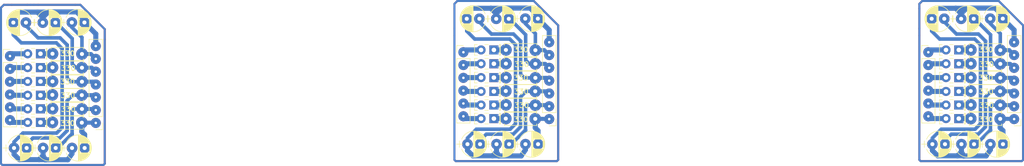
<source format=kicad_pcb>
(kicad_pcb (version 4) (host pcbnew 4.0.7-e2-6376~61~ubuntu18.04.1)
  (layers (0 F.Cu signal) (31 B.Cu signal) (34 B.Paste user) (35 F.Paste user) (36 B.SilkS user) (37 F.SilkS user) (38 B.Mask user) (39 F.Mask user) (44 Edge.Cuts user))
  (net 0 "")
  (net 1 "Net-(C1-Pad1)")
  (net 2 "Net-(C1-Pad2)")
  (net 3 "Net-(C2-Pad2)")
  (net 4 "Net-(C3-Pad1)")
  (net 5 "Net-(C4-Pad2)")
  (net 6 "Net-(C5-Pad2)")
  (net 7 "Net-(C6-Pad2)")
  (net 8 "Net-(D1-Pad1)")
  (net 9 "Net-(D1-Pad2)")
  (net 10 "Net-(D2-Pad1)")
  (net 11 "Net-(D2-Pad2)")
  (net 12 "Net-(D3-Pad1)")
  (net 13 "Net-(D3-Pad2)")
  (net 14 "Net-(D4-Pad1)")
  (net 15 "Net-(D4-Pad2)")
  (net 16 "Net-(D5-Pad1)")
  (net 17 "Net-(D5-Pad2)")
  (net 18 "Net-(D6-Pad1)")
  (net 19 "Net-(D6-Pad2)")
  (module modFiles:Capacitor_10uF (layer F.Cu) (at 158.32 26.87)
    (fp_text reference C1 hide)
    (fp_text value C)
    (pad 1 thru_hole circle (at 0 0) (size 2.1 2.1) (drill 0.8) (layers *.Cu *.Mask) (net 1 "Net-(C1-Pad1)"))
    (pad 2 thru_hole circle (at 2.5 0) (size 2.1 2.1) (drill 0.8) (layers *.Cu *.Mask) (net 2 "Net-(C1-Pad2)"))
  )
  (module modFiles:Capacitor_10uF (layer F.Cu) (at 158.36 51.76)
    (fp_text reference C6 hide)
    (fp_text value C)
    (pad 1 thru_hole circle (at 0 0) (size 2.1 2.1) (drill 0.8) (layers *.Cu *.Mask) (net 2 "Net-(C1-Pad2)"))
    (pad 2 thru_hole circle (at 2.5 0) (size 2.1 2.1) (drill 0.8) (layers *.Cu *.Mask) (net 7 "Net-(C6-Pad2)"))
  )
  (module modFiles:Capacitor_10uF (layer F.Cu) (at 152.62 51.76)
    (fp_text reference C5 hide)
    (fp_text value C)
    (pad 1 thru_hole circle (at 0 0) (size 2.1 2.1) (drill 0.8) (layers *.Cu *.Mask) (net 2 "Net-(C1-Pad2)"))
    (pad 2 thru_hole circle (at 2.5 0) (size 2.1 2.1) (drill 0.8) (layers *.Cu *.Mask) (net 6 "Net-(C5-Pad2)"))
  )
  (module modFiles:Capacitor_10uF (layer F.Cu) (at 146.86 51.76)
    (fp_text reference C2 hide)
    (fp_text value C)
    (pad 1 thru_hole circle (at 0 0) (size 2.1 2.1) (drill 0.8) (layers *.Cu *.Mask) (net 2 "Net-(C1-Pad2)"))
    (pad 2 thru_hole circle (at 2.5 0) (size 2.1 2.1) (drill 0.8) (layers *.Cu *.Mask) (net 3 "Net-(C2-Pad2)"))
  )
  (module modFiles:Capacitor_10uF (layer F.Cu) (at 149.22 26.89 180)
    (fp_text reference C3 hide)
    (fp_text value C)
    (pad 1 thru_hole circle (at 0 0 180) (size 2.1 2.1) (drill 0.8) (layers *.Cu *.Mask) (net 4 "Net-(C3-Pad1)"))
    (pad 2 thru_hole circle (at 2.5 0 180) (size 2.1 2.1) (drill 0.8) (layers *.Cu *.Mask) (net 2 "Net-(C1-Pad2)"))
  )
  (module modFiles:Capacitor_10uF (layer F.Cu) (at 152.56 26.9)
    (fp_text reference C4 hide)
    (fp_text value C)
    (pad 1 thru_hole circle (at 0 0) (size 2.1 2.1) (drill 0.8) (layers *.Cu *.Mask) (net 2 "Net-(C1-Pad2)"))
    (pad 2 thru_hole circle (at 2.5 0) (size 2.1 2.1) (drill 0.8) (layers *.Cu *.Mask) (net 5 "Net-(C4-Pad2)"))
  )
  (module Pin_Headers:Pin_Header_Straight_1x06_Pitch2.54mm (layer F.Cu) (at 146.054 33.53)
    (fp_text reference J1 hide)
    (fp_text value Conn_01x06 hide)
    (pad 1 thru_hole oval (at 0 0) (size 2 2) (drill 0.5) (layers *.Cu *.Mask) (net 19 "Net-(D6-Pad2)"))
    (pad 2 thru_hole oval (at 0 2.54) (size 2 2) (drill 0.5) (layers *.Cu *.Mask) (net 17 "Net-(D5-Pad2)"))
    (pad 3 thru_hole oval (at 0 5.08) (size 2 2) (drill 0.5) (layers *.Cu *.Mask) (net 11 "Net-(D2-Pad2)"))
    (pad 4 thru_hole oval (at 0 7.62) (size 2 2) (drill 0.5) (layers *.Cu *.Mask) (net 9 "Net-(D1-Pad2)"))
    (pad 5 thru_hole oval (at 0 10.16) (size 2 2) (drill 0.5) (layers *.Cu *.Mask) (net 15 "Net-(D4-Pad2)"))
    (pad 6 thru_hole oval (at 0 12.7) (size 2 2) (drill 0.5) (layers *.Cu *.Mask) (net 13 "Net-(D3-Pad2)"))
  )
  (module Pin_Headers:Pin_Header_Straight_1x07_Pitch2.54mm (layer F.Cu) (at 163.072 46.7888 180)
    (fp_text reference J2 hide)
    (fp_text value Conn_01x07 hide)
    (pad 1 thru_hole oval (at 0 0 180) (size 2 2) (drill 0.5) (layers *.Cu *.Mask) (net 7 "Net-(C6-Pad2)"))
    (pad 2 thru_hole oval (at 0 2.54 180) (size 2 2) (drill 0.5) (layers *.Cu *.Mask) (net 6 "Net-(C5-Pad2)"))
    (pad 3 thru_hole oval (at 0 5.08 180) (size 2 2) (drill 0.5) (layers *.Cu *.Mask) (net 3 "Net-(C2-Pad2)"))
    (pad 4 thru_hole oval (at 0 7.62 180) (size 2 2) (drill 0.5) (layers *.Cu *.Mask) (net 4 "Net-(C3-Pad1)"))
    (pad 5 thru_hole oval (at 0 10.16 180) (size 2 2) (drill 0.5) (layers *.Cu *.Mask) (net 5 "Net-(C4-Pad2)"))
    (pad 6 thru_hole oval (at 0 12.7 180) (size 2 2) (drill 0.5) (layers *.Cu *.Mask) (net 1 "Net-(C1-Pad1)"))
    (pad 7 thru_hole oval (at 0 15.24 180) (size 2 2) (drill 0.5) (layers *.Cu *.Mask) (net 2 "Net-(C1-Pad2)"))
  )
  (module LEDs:LED_Rectangular_W5.0mm_H2.0mm (layer F.Cu) (at 152.0992 41.3024 180)
    (fp_text reference D1 hide)
    (fp_text value LED hide)
    (pad 1 thru_hole rect (at 0 0 180) (size 1.8 1.8) (drill 0.9) (layers *.Cu *.Mask) (net 8 "Net-(D1-Pad1)"))
    (pad 2 thru_hole circle (at 2.54 0 180) (size 1.8 1.8) (drill 0.9) (layers *.Cu *.Mask) (net 9 "Net-(D1-Pad2)"))
  )
  (module LEDs:LED_Rectangular_W5.0mm_H2.0mm (layer F.Cu) (at 152.0992 38.5592 180)
    (fp_text reference D2 hide)
    (fp_text value LED hide)
    (pad 1 thru_hole rect (at 0 0 180) (size 1.8 1.8) (drill 0.9) (layers *.Cu *.Mask) (net 10 "Net-(D2-Pad1)"))
    (pad 2 thru_hole circle (at 2.54 0 180) (size 1.8 1.8) (drill 0.9) (layers *.Cu *.Mask) (net 11 "Net-(D2-Pad2)"))
  )
  (module LEDs:LED_Rectangular_W5.0mm_H2.0mm (layer F.Cu) (at 152.0992 46.6872 180)
    (fp_text reference D3 hide)
    (fp_text value LED hide)
    (pad 1 thru_hole rect (at 0 0 180) (size 1.8 1.8) (drill 0.9) (layers *.Cu *.Mask) (net 12 "Net-(D3-Pad1)"))
    (pad 2 thru_hole circle (at 2.54 0 180) (size 1.8 1.8) (drill 0.9) (layers *.Cu *.Mask) (net 13 "Net-(D3-Pad2)"))
  )
  (module LEDs:LED_Rectangular_W5.0mm_H2.0mm (layer F.Cu) (at 152.0992 43.9948 180)
    (fp_text reference D4 hide)
    (fp_text value LED hide)
    (pad 1 thru_hole rect (at 0 0 180) (size 1.8 1.8) (drill 0.9) (layers *.Cu *.Mask) (net 14 "Net-(D4-Pad1)"))
    (pad 2 thru_hole circle (at 2.54 0 180) (size 1.8 1.8) (drill 0.9) (layers *.Cu *.Mask) (net 15 "Net-(D4-Pad2)"))
  )
  (module LEDs:LED_Rectangular_W5.0mm_H2.0mm (layer F.Cu) (at 152.0992 35.816 180)
    (fp_text reference D5 hide)
    (fp_text value LED hide)
    (pad 1 thru_hole rect (at 0 0 180) (size 1.8 1.8) (drill 0.9) (layers *.Cu *.Mask) (net 16 "Net-(D5-Pad1)"))
    (pad 2 thru_hole circle (at 2.54 0 180) (size 1.8 1.8) (drill 0.9) (layers *.Cu *.Mask) (net 17 "Net-(D5-Pad2)"))
  )
  (module LEDs:LED_Rectangular_W5.0mm_H2.0mm (layer F.Cu) (at 152.0992 33.0728 180)
    (fp_text reference D6 hide)
    (fp_text value LED)
    (pad 1 thru_hole rect (at 0 0 180) (size 1.8 1.8) (drill 0.9) (layers *.Cu *.Mask) (net 18 "Net-(D6-Pad1)"))
    (pad 2 thru_hole circle (at 2.54 0 180) (size 1.8 1.8) (drill 0.9) (layers *.Cu *.Mask) (net 19 "Net-(D6-Pad2)"))
  )
  (module test:Resistor_small (layer F.Cu) (at 161.1924 41.277 180)
    (fp_text reference 330 (at 3.6449 -0.0635 180) (layer F.SilkS))
    (fp_text value R hide)
    (pad 1 thru_hole circle (at 0.889 0 180) (size 2.3 2.3) (drill 0.8) (layers *.Cu *.Mask) (net 3 "Net-(C2-Pad2)"))
    (pad 2 thru_hole circle (at 6.731 0.0508 180) (size 2.3 2.3) (drill 0.8) (layers *.Cu *.Mask) (net 8 "Net-(D1-Pad1)"))
  )
  (module test:Resistor_small (layer F.Cu) (at 161.2178 38.61 180)
    (fp_text reference 330 (at 3.7338 0 180) (layer F.SilkS))
    (fp_text value R hide)
    (pad 1 thru_hole circle (at 0.889 0 180) (size 2.3 2.3) (drill 0.8) (layers *.Cu *.Mask) (net 4 "Net-(C3-Pad1)"))
    (pad 2 thru_hole circle (at 6.731 0.0508 180) (size 2.3 2.3) (drill 0.8) (layers *.Cu *.Mask) (net 10 "Net-(D2-Pad1)"))
  )
  (module test:Resistor_small (layer F.Cu) (at 161.1924 46.738 180)
    (fp_text reference 330 (at 3.7084 -0.127 180) (layer F.SilkS))
    (fp_text value R hide)
    (pad 1 thru_hole circle (at 0.889 0 180) (size 2.3 2.3) (drill 0.8) (layers *.Cu *.Mask) (net 7 "Net-(C6-Pad2)"))
    (pad 2 thru_hole circle (at 6.731 0.0508 180) (size 2.3 2.3) (drill 0.8) (layers *.Cu *.Mask) (net 12 "Net-(D3-Pad1)"))
  )
  (module test:Resistor_small (layer F.Cu) (at 161.2178 44.0202 180)
    (fp_text reference 330 (at 3.6068 -0.0508 180) (layer F.SilkS))
    (fp_text value R hide)
    (pad 1 thru_hole circle (at 0.889 0 180) (size 2.3 2.3) (drill 0.8) (layers *.Cu *.Mask) (net 6 "Net-(C5-Pad2)"))
    (pad 2 thru_hole circle (at 6.731 0.0508 180) (size 2.3 2.3) (drill 0.8) (layers *.Cu *.Mask) (net 14 "Net-(D4-Pad1)"))
  )
  (module test:Resistor_small (layer F.Cu) (at 161.2178 35.8414 180)
    (fp_text reference 330 (at 3.6068 -0.1016 180) (layer F.SilkS))
    (fp_text value R hide)
    (pad 1 thru_hole circle (at 0.889 0 180) (size 2.3 2.3) (drill 0.8) (layers *.Cu *.Mask) (net 5 "Net-(C4-Pad2)"))
    (pad 2 thru_hole circle (at 6.731 0.0508 180) (size 2.3 2.3) (drill 0.8) (layers *.Cu *.Mask) (net 16 "Net-(D5-Pad1)"))
  )
  (module test:Resistor_small (layer F.Cu) (at 161.2178 33.1236 180)
    (fp_text reference 330 (at 3.7338 0.1016 180) (layer F.SilkS))
    (fp_text value R hide)
    (pad 1 thru_hole circle (at 0.889 0 180) (size 2.3 2.3) (drill 0.8) (layers *.Cu *.Mask) (net 1 "Net-(C1-Pad1)"))
    (pad 2 thru_hole circle (at 6.731 0.0508 180) (size 2.3 2.3) (drill 0.8) (layers *.Cu *.Mask) (net 18 "Net-(D6-Pad1)"))
  )
  (module test:Resistor_small (layer F.Cu) (at 253.4178 33.1236 180)
    (fp_text reference 330 (at 3.7338 0.1016 180) (layer F.SilkS))
    (fp_text value R hide)
    (pad 1 thru_hole circle (at 0.889 0 180) (size 2.3 2.3) (drill 0.8) (layers *.Cu *.Mask) (net 1 "Net-(C1-Pad1)"))
    (pad 2 thru_hole circle (at 6.731 0.0508 180) (size 2.3 2.3) (drill 0.8) (layers *.Cu *.Mask) (net 18 "Net-(D6-Pad1)"))
  )
  (module test:Resistor_small (layer F.Cu) (at 253.4178 35.8414 180)
    (fp_text reference 330 (at 3.6068 -0.1016 180) (layer F.SilkS))
    (fp_text value R hide)
    (pad 1 thru_hole circle (at 0.889 0 180) (size 2.3 2.3) (drill 0.8) (layers *.Cu *.Mask) (net 5 "Net-(C4-Pad2)"))
    (pad 2 thru_hole circle (at 6.731 0.0508 180) (size 2.3 2.3) (drill 0.8) (layers *.Cu *.Mask) (net 16 "Net-(D5-Pad1)"))
  )
  (module test:Resistor_small (layer F.Cu) (at 253.4178 44.0202 180)
    (fp_text reference 330 (at 3.6068 -0.0508 180) (layer F.SilkS))
    (fp_text value R hide)
    (pad 1 thru_hole circle (at 0.889 0 180) (size 2.3 2.3) (drill 0.8) (layers *.Cu *.Mask) (net 6 "Net-(C5-Pad2)"))
    (pad 2 thru_hole circle (at 6.731 0.0508 180) (size 2.3 2.3) (drill 0.8) (layers *.Cu *.Mask) (net 14 "Net-(D4-Pad1)"))
  )
  (module test:Resistor_small (layer F.Cu) (at 253.3924 46.738 180)
    (fp_text reference 330 (at 3.7084 -0.127 180) (layer F.SilkS))
    (fp_text value R hide)
    (pad 1 thru_hole circle (at 0.889 0 180) (size 2.3 2.3) (drill 0.8) (layers *.Cu *.Mask) (net 7 "Net-(C6-Pad2)"))
    (pad 2 thru_hole circle (at 6.731 0.0508 180) (size 2.3 2.3) (drill 0.8) (layers *.Cu *.Mask) (net 12 "Net-(D3-Pad1)"))
  )
  (module test:Resistor_small (layer F.Cu) (at 253.4178 38.61 180)
    (fp_text reference 330 (at 3.7338 0 180) (layer F.SilkS))
    (fp_text value R hide)
    (pad 1 thru_hole circle (at 0.889 0 180) (size 2.3 2.3) (drill 0.8) (layers *.Cu *.Mask) (net 4 "Net-(C3-Pad1)"))
    (pad 2 thru_hole circle (at 6.731 0.0508 180) (size 2.3 2.3) (drill 0.8) (layers *.Cu *.Mask) (net 10 "Net-(D2-Pad1)"))
  )
  (module test:Resistor_small (layer F.Cu) (at 253.3924 41.277 180)
    (fp_text reference 330 (at 3.6449 -0.0635 180) (layer F.SilkS))
    (fp_text value R hide)
    (pad 1 thru_hole circle (at 0.889 0 180) (size 2.3 2.3) (drill 0.8) (layers *.Cu *.Mask) (net 3 "Net-(C2-Pad2)"))
    (pad 2 thru_hole circle (at 6.731 0.0508 180) (size 2.3 2.3) (drill 0.8) (layers *.Cu *.Mask) (net 8 "Net-(D1-Pad1)"))
  )
  (module LEDs:LED_Rectangular_W5.0mm_H2.0mm (layer F.Cu) (at 244.2992 33.0728 180)
    (fp_text reference D6 hide)
    (fp_text value LED)
    (pad 1 thru_hole rect (at 0 0 180) (size 1.8 1.8) (drill 0.9) (layers *.Cu *.Mask) (net 18 "Net-(D6-Pad1)"))
    (pad 2 thru_hole circle (at 2.54 0 180) (size 1.8 1.8) (drill 0.9) (layers *.Cu *.Mask) (net 19 "Net-(D6-Pad2)"))
  )
  (module LEDs:LED_Rectangular_W5.0mm_H2.0mm (layer F.Cu) (at 244.2992 35.816 180)
    (fp_text reference D5 hide)
    (fp_text value LED hide)
    (pad 1 thru_hole rect (at 0 0 180) (size 1.8 1.8) (drill 0.9) (layers *.Cu *.Mask) (net 16 "Net-(D5-Pad1)"))
    (pad 2 thru_hole circle (at 2.54 0 180) (size 1.8 1.8) (drill 0.9) (layers *.Cu *.Mask) (net 17 "Net-(D5-Pad2)"))
  )
  (module LEDs:LED_Rectangular_W5.0mm_H2.0mm (layer F.Cu) (at 244.2992 43.9948 180)
    (fp_text reference D4 hide)
    (fp_text value LED hide)
    (pad 1 thru_hole rect (at 0 0 180) (size 1.8 1.8) (drill 0.9) (layers *.Cu *.Mask) (net 14 "Net-(D4-Pad1)"))
    (pad 2 thru_hole circle (at 2.54 0 180) (size 1.8 1.8) (drill 0.9) (layers *.Cu *.Mask) (net 15 "Net-(D4-Pad2)"))
  )
  (module LEDs:LED_Rectangular_W5.0mm_H2.0mm (layer F.Cu) (at 244.2992 46.6872 180)
    (fp_text reference D3 hide)
    (fp_text value LED hide)
    (pad 1 thru_hole rect (at 0 0 180) (size 1.8 1.8) (drill 0.9) (layers *.Cu *.Mask) (net 12 "Net-(D3-Pad1)"))
    (pad 2 thru_hole circle (at 2.54 0 180) (size 1.8 1.8) (drill 0.9) (layers *.Cu *.Mask) (net 13 "Net-(D3-Pad2)"))
  )
  (module LEDs:LED_Rectangular_W5.0mm_H2.0mm (layer F.Cu) (at 244.2992 38.5592 180)
    (fp_text reference D2 hide)
    (fp_text value LED hide)
    (pad 1 thru_hole rect (at 0 0 180) (size 1.8 1.8) (drill 0.9) (layers *.Cu *.Mask) (net 10 "Net-(D2-Pad1)"))
    (pad 2 thru_hole circle (at 2.54 0 180) (size 1.8 1.8) (drill 0.9) (layers *.Cu *.Mask) (net 11 "Net-(D2-Pad2)"))
  )
  (module LEDs:LED_Rectangular_W5.0mm_H2.0mm (layer F.Cu) (at 244.2992 41.3024 180)
    (fp_text reference D1 hide)
    (fp_text value LED hide)
    (pad 1 thru_hole rect (at 0 0 180) (size 1.8 1.8) (drill 0.9) (layers *.Cu *.Mask) (net 8 "Net-(D1-Pad1)"))
    (pad 2 thru_hole circle (at 2.54 0 180) (size 1.8 1.8) (drill 0.9) (layers *.Cu *.Mask) (net 9 "Net-(D1-Pad2)"))
  )
  (module Pin_Headers:Pin_Header_Straight_1x07_Pitch2.54mm (layer F.Cu) (at 255.272 46.7888 180)
    (fp_text reference J2 hide)
    (fp_text value Conn_01x07 hide)
    (pad 1 thru_hole oval (at 0 0 180) (size 2 2) (drill 0.5) (layers *.Cu *.Mask) (net 7 "Net-(C6-Pad2)"))
    (pad 2 thru_hole oval (at 0 2.54 180) (size 2 2) (drill 0.5) (layers *.Cu *.Mask) (net 6 "Net-(C5-Pad2)"))
    (pad 3 thru_hole oval (at 0 5.08 180) (size 2 2) (drill 0.5) (layers *.Cu *.Mask) (net 3 "Net-(C2-Pad2)"))
    (pad 4 thru_hole oval (at 0 7.62 180) (size 2 2) (drill 0.5) (layers *.Cu *.Mask) (net 4 "Net-(C3-Pad1)"))
    (pad 5 thru_hole oval (at 0 10.16 180) (size 2 2) (drill 0.5) (layers *.Cu *.Mask) (net 5 "Net-(C4-Pad2)"))
    (pad 6 thru_hole oval (at 0 12.7 180) (size 2 2) (drill 0.5) (layers *.Cu *.Mask) (net 1 "Net-(C1-Pad1)"))
    (pad 7 thru_hole oval (at 0 15.24 180) (size 2 2) (drill 0.5) (layers *.Cu *.Mask) (net 2 "Net-(C1-Pad2)"))
  )
  (module Pin_Headers:Pin_Header_Straight_1x06_Pitch2.54mm (layer F.Cu) (at 238.254 33.53)
    (fp_text reference J1 hide)
    (fp_text value Conn_01x06 hide)
    (pad 1 thru_hole oval (at 0 0) (size 2 2) (drill 0.5) (layers *.Cu *.Mask) (net 19 "Net-(D6-Pad2)"))
    (pad 2 thru_hole oval (at 0 2.54) (size 2 2) (drill 0.5) (layers *.Cu *.Mask) (net 17 "Net-(D5-Pad2)"))
    (pad 3 thru_hole oval (at 0 5.08) (size 2 2) (drill 0.5) (layers *.Cu *.Mask) (net 11 "Net-(D2-Pad2)"))
    (pad 4 thru_hole oval (at 0 7.62) (size 2 2) (drill 0.5) (layers *.Cu *.Mask) (net 9 "Net-(D1-Pad2)"))
    (pad 5 thru_hole oval (at 0 10.16) (size 2 2) (drill 0.5) (layers *.Cu *.Mask) (net 15 "Net-(D4-Pad2)"))
    (pad 6 thru_hole oval (at 0 12.7) (size 2 2) (drill 0.5) (layers *.Cu *.Mask) (net 13 "Net-(D3-Pad2)"))
  )
  (module modFiles:Capacitor_10uF (layer F.Cu) (at 244.76 26.9)
    (fp_text reference C4 hide)
    (fp_text value C)
    (pad 1 thru_hole circle (at 0 0) (size 2.1 2.1) (drill 0.8) (layers *.Cu *.Mask) (net 2 "Net-(C1-Pad2)"))
    (pad 2 thru_hole circle (at 2.5 0) (size 2.1 2.1) (drill 0.8) (layers *.Cu *.Mask) (net 5 "Net-(C4-Pad2)"))
  )
  (module modFiles:Capacitor_10uF (layer F.Cu) (at 241.42 26.89 180)
    (fp_text reference C3 hide)
    (fp_text value C)
    (pad 1 thru_hole circle (at 0 0 180) (size 2.1 2.1) (drill 0.8) (layers *.Cu *.Mask) (net 4 "Net-(C3-Pad1)"))
    (pad 2 thru_hole circle (at 2.5 0 180) (size 2.1 2.1) (drill 0.8) (layers *.Cu *.Mask) (net 2 "Net-(C1-Pad2)"))
  )
  (module modFiles:Capacitor_10uF (layer F.Cu) (at 239.06 51.76)
    (fp_text reference C2 hide)
    (fp_text value C)
    (pad 1 thru_hole circle (at 0 0) (size 2.1 2.1) (drill 0.8) (layers *.Cu *.Mask) (net 2 "Net-(C1-Pad2)"))
    (pad 2 thru_hole circle (at 2.5 0) (size 2.1 2.1) (drill 0.8) (layers *.Cu *.Mask) (net 3 "Net-(C2-Pad2)"))
  )
  (module modFiles:Capacitor_10uF (layer F.Cu) (at 244.82 51.76)
    (fp_text reference C5 hide)
    (fp_text value C)
    (pad 1 thru_hole circle (at 0 0) (size 2.1 2.1) (drill 0.8) (layers *.Cu *.Mask) (net 2 "Net-(C1-Pad2)"))
    (pad 2 thru_hole circle (at 2.5 0) (size 2.1 2.1) (drill 0.8) (layers *.Cu *.Mask) (net 6 "Net-(C5-Pad2)"))
  )
  (module modFiles:Capacitor_10uF (layer F.Cu) (at 250.56 51.76)
    (fp_text reference C6 hide)
    (fp_text value C)
    (pad 1 thru_hole circle (at 0 0) (size 2.1 2.1) (drill 0.8) (layers *.Cu *.Mask) (net 2 "Net-(C1-Pad2)"))
    (pad 2 thru_hole circle (at 2.5 0) (size 2.1 2.1) (drill 0.8) (layers *.Cu *.Mask) (net 7 "Net-(C6-Pad2)"))
  )
  (module modFiles:Capacitor_10uF (layer F.Cu) (at 250.52 26.87)
    (fp_text reference C1 hide)
    (fp_text value C)
    (pad 1 thru_hole circle (at 0 0) (size 2.1 2.1) (drill 0.8) (layers *.Cu *.Mask) (net 1 "Net-(C1-Pad1)"))
    (pad 2 thru_hole circle (at 2.5 0) (size 2.1 2.1) (drill 0.8) (layers *.Cu *.Mask) (net 2 "Net-(C1-Pad2)"))
  )
  (module modFiles:Capacitor_10uF (layer F.Cu) (at 68.4 27.63)
    (fp_text reference C1 hide)
    (fp_text value C)
    (pad 1 thru_hole circle (at 0 0) (size 2.1 2.1) (drill 0.8) (layers *.Cu *.Mask) (net 1 "Net-(C1-Pad1)"))
    (pad 2 thru_hole circle (at 2.5 0) (size 2.1 2.1) (drill 0.8) (layers *.Cu *.Mask) (net 2 "Net-(C1-Pad2)"))
  )
  (module modFiles:Capacitor_10uF (layer F.Cu) (at 68.44 52.52)
    (fp_text reference C6 hide)
    (fp_text value C)
    (pad 1 thru_hole circle (at 0 0) (size 2.1 2.1) (drill 0.8) (layers *.Cu *.Mask) (net 2 "Net-(C1-Pad2)"))
    (pad 2 thru_hole circle (at 2.5 0) (size 2.1 2.1) (drill 0.8) (layers *.Cu *.Mask) (net 7 "Net-(C6-Pad2)"))
  )
  (module modFiles:Capacitor_10uF (layer F.Cu) (at 62.7 52.52)
    (fp_text reference C5 hide)
    (fp_text value C)
    (pad 1 thru_hole circle (at 0 0) (size 2.1 2.1) (drill 0.8) (layers *.Cu *.Mask) (net 2 "Net-(C1-Pad2)"))
    (pad 2 thru_hole circle (at 2.5 0) (size 2.1 2.1) (drill 0.8) (layers *.Cu *.Mask) (net 6 "Net-(C5-Pad2)"))
  )
  (module modFiles:Capacitor_10uF (layer F.Cu) (at 56.94 52.52)
    (fp_text reference C2 hide)
    (fp_text value C)
    (pad 1 thru_hole circle (at 0 0) (size 2.1 2.1) (drill 0.8) (layers *.Cu *.Mask) (net 2 "Net-(C1-Pad2)"))
    (pad 2 thru_hole circle (at 2.5 0) (size 2.1 2.1) (drill 0.8) (layers *.Cu *.Mask) (net 3 "Net-(C2-Pad2)"))
  )
  (module modFiles:Capacitor_10uF (layer F.Cu) (at 59.3 27.65 180)
    (fp_text reference C3 hide)
    (fp_text value C)
    (pad 1 thru_hole circle (at 0 0 180) (size 2.1 2.1) (drill 0.8) (layers *.Cu *.Mask) (net 4 "Net-(C3-Pad1)"))
    (pad 2 thru_hole circle (at 2.5 0 180) (size 2.1 2.1) (drill 0.8) (layers *.Cu *.Mask) (net 2 "Net-(C1-Pad2)"))
  )
  (module modFiles:Capacitor_10uF (layer F.Cu) (at 62.64 27.66)
    (fp_text reference C4 hide)
    (fp_text value C)
    (pad 1 thru_hole circle (at 0 0) (size 2.1 2.1) (drill 0.8) (layers *.Cu *.Mask) (net 2 "Net-(C1-Pad2)"))
    (pad 2 thru_hole circle (at 2.5 0) (size 2.1 2.1) (drill 0.8) (layers *.Cu *.Mask) (net 5 "Net-(C4-Pad2)"))
  )
  (module Pin_Headers:Pin_Header_Straight_1x06_Pitch2.54mm (layer F.Cu) (at 56.134 34.29)
    (fp_text reference J1 hide)
    (fp_text value Conn_01x06 hide)
    (pad 1 thru_hole oval (at 0 0) (size 2 2) (drill 0.5) (layers *.Cu *.Mask) (net 19 "Net-(D6-Pad2)"))
    (pad 2 thru_hole oval (at 0 2.54) (size 2 2) (drill 0.5) (layers *.Cu *.Mask) (net 17 "Net-(D5-Pad2)"))
    (pad 3 thru_hole oval (at 0 5.08) (size 2 2) (drill 0.5) (layers *.Cu *.Mask) (net 11 "Net-(D2-Pad2)"))
    (pad 4 thru_hole oval (at 0 7.62) (size 2 2) (drill 0.5) (layers *.Cu *.Mask) (net 9 "Net-(D1-Pad2)"))
    (pad 5 thru_hole oval (at 0 10.16) (size 2 2) (drill 0.5) (layers *.Cu *.Mask) (net 15 "Net-(D4-Pad2)"))
    (pad 6 thru_hole oval (at 0 12.7) (size 2 2) (drill 0.5) (layers *.Cu *.Mask) (net 13 "Net-(D3-Pad2)"))
  )
  (module Pin_Headers:Pin_Header_Straight_1x07_Pitch2.54mm (layer F.Cu) (at 73.152 47.5488 180)
    (fp_text reference J2 hide)
    (fp_text value Conn_01x07 hide)
    (pad 1 thru_hole oval (at 0 0 180) (size 2 2) (drill 0.5) (layers *.Cu *.Mask) (net 7 "Net-(C6-Pad2)"))
    (pad 2 thru_hole oval (at 0 2.54 180) (size 2 2) (drill 0.5) (layers *.Cu *.Mask) (net 6 "Net-(C5-Pad2)"))
    (pad 3 thru_hole oval (at 0 5.08 180) (size 2 2) (drill 0.5) (layers *.Cu *.Mask) (net 3 "Net-(C2-Pad2)"))
    (pad 4 thru_hole oval (at 0 7.62 180) (size 2 2) (drill 0.5) (layers *.Cu *.Mask) (net 4 "Net-(C3-Pad1)"))
    (pad 5 thru_hole oval (at 0 10.16 180) (size 2 2) (drill 0.5) (layers *.Cu *.Mask) (net 5 "Net-(C4-Pad2)"))
    (pad 6 thru_hole oval (at 0 12.7 180) (size 2 2) (drill 0.5) (layers *.Cu *.Mask) (net 1 "Net-(C1-Pad1)"))
    (pad 7 thru_hole oval (at 0 15.24 180) (size 2 2) (drill 0.5) (layers *.Cu *.Mask) (net 2 "Net-(C1-Pad2)"))
  )
  (module LEDs:LED_Rectangular_W5.0mm_H2.0mm (layer F.Cu) (at 62.1792 42.0624 180)
    (fp_text reference D1 hide)
    (fp_text value LED hide)
    (pad 1 thru_hole rect (at 0 0 180) (size 1.8 1.8) (drill 0.9) (layers *.Cu *.Mask) (net 8 "Net-(D1-Pad1)"))
    (pad 2 thru_hole circle (at 2.54 0 180) (size 1.8 1.8) (drill 0.9) (layers *.Cu *.Mask) (net 9 "Net-(D1-Pad2)"))
  )
  (module LEDs:LED_Rectangular_W5.0mm_H2.0mm (layer F.Cu) (at 62.1792 39.3192 180)
    (fp_text reference D2 hide)
    (fp_text value LED hide)
    (pad 1 thru_hole rect (at 0 0 180) (size 1.8 1.8) (drill 0.9) (layers *.Cu *.Mask) (net 10 "Net-(D2-Pad1)"))
    (pad 2 thru_hole circle (at 2.54 0 180) (size 1.8 1.8) (drill 0.9) (layers *.Cu *.Mask) (net 11 "Net-(D2-Pad2)"))
  )
  (module LEDs:LED_Rectangular_W5.0mm_H2.0mm (layer F.Cu) (at 62.1792 47.4472 180)
    (fp_text reference D3 hide)
    (fp_text value LED hide)
    (pad 1 thru_hole rect (at 0 0 180) (size 1.8 1.8) (drill 0.9) (layers *.Cu *.Mask) (net 12 "Net-(D3-Pad1)"))
    (pad 2 thru_hole circle (at 2.54 0 180) (size 1.8 1.8) (drill 0.9) (layers *.Cu *.Mask) (net 13 "Net-(D3-Pad2)"))
  )
  (module LEDs:LED_Rectangular_W5.0mm_H2.0mm (layer F.Cu) (at 62.1792 44.7548 180)
    (fp_text reference D4 hide)
    (fp_text value LED hide)
    (pad 1 thru_hole rect (at 0 0 180) (size 1.8 1.8) (drill 0.9) (layers *.Cu *.Mask) (net 14 "Net-(D4-Pad1)"))
    (pad 2 thru_hole circle (at 2.54 0 180) (size 1.8 1.8) (drill 0.9) (layers *.Cu *.Mask) (net 15 "Net-(D4-Pad2)"))
  )
  (module LEDs:LED_Rectangular_W5.0mm_H2.0mm (layer F.Cu) (at 62.1792 36.576 180)
    (fp_text reference D5 hide)
    (fp_text value LED hide)
    (pad 1 thru_hole rect (at 0 0 180) (size 1.8 1.8) (drill 0.9) (layers *.Cu *.Mask) (net 16 "Net-(D5-Pad1)"))
    (pad 2 thru_hole circle (at 2.54 0 180) (size 1.8 1.8) (drill 0.9) (layers *.Cu *.Mask) (net 17 "Net-(D5-Pad2)"))
  )
  (module LEDs:LED_Rectangular_W5.0mm_H2.0mm (layer F.Cu) (at 62.1792 33.8328 180)
    (fp_text reference D6 hide)
    (fp_text value LED)
    (pad 1 thru_hole rect (at 0 0 180) (size 1.8 1.8) (drill 0.9) (layers *.Cu *.Mask) (net 18 "Net-(D6-Pad1)"))
    (pad 2 thru_hole circle (at 2.54 0 180) (size 1.8 1.8) (drill 0.9) (layers *.Cu *.Mask) (net 19 "Net-(D6-Pad2)"))
  )
  (module test:Resistor_small (layer F.Cu) (at 71.2724 42.037 180)
    (fp_text reference 330 (at 3.6449 -0.0635 180) (layer F.SilkS))
    (fp_text value R hide)
    (pad 1 thru_hole circle (at 0.889 0 180) (size 2.3 2.3) (drill 0.8) (layers *.Cu *.Mask) (net 3 "Net-(C2-Pad2)"))
    (pad 2 thru_hole circle (at 6.731 0.0508 180) (size 2.3 2.3) (drill 0.8) (layers *.Cu *.Mask) (net 8 "Net-(D1-Pad1)"))
  )
  (module test:Resistor_small (layer F.Cu) (at 71.2978 39.37 180)
    (fp_text reference 330 (at 3.7338 0 180) (layer F.SilkS))
    (fp_text value R hide)
    (pad 1 thru_hole circle (at 0.889 0 180) (size 2.3 2.3) (drill 0.8) (layers *.Cu *.Mask) (net 4 "Net-(C3-Pad1)"))
    (pad 2 thru_hole circle (at 6.731 0.0508 180) (size 2.3 2.3) (drill 0.8) (layers *.Cu *.Mask) (net 10 "Net-(D2-Pad1)"))
  )
  (module test:Resistor_small (layer F.Cu) (at 71.2724 47.498 180)
    (fp_text reference 330 (at 3.7084 -0.127 180) (layer F.SilkS))
    (fp_text value R hide)
    (pad 1 thru_hole circle (at 0.889 0 180) (size 2.3 2.3) (drill 0.8) (layers *.Cu *.Mask) (net 7 "Net-(C6-Pad2)"))
    (pad 2 thru_hole circle (at 6.731 0.0508 180) (size 2.3 2.3) (drill 0.8) (layers *.Cu *.Mask) (net 12 "Net-(D3-Pad1)"))
  )
  (module test:Resistor_small (layer F.Cu) (at 71.2978 44.7802 180)
    (fp_text reference 330 (at 3.6068 -0.0508 180) (layer F.SilkS))
    (fp_text value R hide)
    (pad 1 thru_hole circle (at 0.889 0 180) (size 2.3 2.3) (drill 0.8) (layers *.Cu *.Mask) (net 6 "Net-(C5-Pad2)"))
    (pad 2 thru_hole circle (at 6.731 0.0508 180) (size 2.3 2.3) (drill 0.8) (layers *.Cu *.Mask) (net 14 "Net-(D4-Pad1)"))
  )
  (module test:Resistor_small (layer F.Cu) (at 71.2978 36.6014 180)
    (fp_text reference 330 (at 3.6068 -0.1016 180) (layer F.SilkS))
    (fp_text value R hide)
    (pad 1 thru_hole circle (at 0.889 0 180) (size 2.3 2.3) (drill 0.8) (layers *.Cu *.Mask) (net 5 "Net-(C4-Pad2)"))
    (pad 2 thru_hole circle (at 6.731 0.0508 180) (size 2.3 2.3) (drill 0.8) (layers *.Cu *.Mask) (net 16 "Net-(D5-Pad1)"))
  )
  (module test:Resistor_small (layer F.Cu) (at 71.2978 33.8836 180)
    (fp_text reference 330 (at 3.7338 0.1016 180) (layer F.SilkS))
    (fp_text value R hide)
    (pad 1 thru_hole circle (at 0.889 0 180) (size 2.3 2.3) (drill 0.8) (layers *.Cu *.Mask) (net 1 "Net-(C1-Pad1)"))
    (pad 2 thru_hole circle (at 6.731 0.0508 180) (size 2.3 2.3) (drill 0.8) (layers *.Cu *.Mask) (net 18 "Net-(D6-Pad1)"))
  )
  (segment (start 159.008 23.37) (end 160.024 23.37) (width 0.4) (layer F.Cu) (net 0))
  (segment (start 164.85 28.196) (end 164.85 30.228) (width 0.4) (layer F.Cu) (net 0))
  (segment (start 160.024 23.37) (end 164.85 28.196) (width 0.4) (layer F.Cu) (net 0))
  (segment (start 144.276 24.904) (end 144.276 23.934) (width 0.4) (layer F.Cu) (net 0))
  (segment (start 151.65 23.37) (end 159.008 23.37) (width 0.4) (layer F.Cu) (net 0))
  (segment (start 164.85 54.866) (end 164.596 55.12) (width 0.4) (layer F.Cu) (net 0))
  (segment (start 164.596 55.12) (end 144.53 55.12) (width 0.4) (layer F.Cu) (net 0))
  (segment (start 144.53 55.12) (end 144.276 54.866) (width 0.4) (layer F.Cu) (net 0))
  (segment (start 144.276 54.866) (end 144.276 30.22) (width 0.4) (layer F.Cu) (net 0))
  (segment (start 149.48 23.37) (end 151.65 23.37) (width 0.4) (layer F.Cu) (net 0))
  (segment (start 144.276 30.22) (end 144.276 28.76) (width 0.4) (layer F.Cu) (net 0))
  (segment (start 146.4 23.37) (end 149.48 23.37) (width 0.4) (layer F.Cu) (net 0))
  (segment (start 144.276 28.76) (end 144.276 24.904) (width 0.4) (layer F.Cu) (net 0))
  (segment (start 144.276 23.934) (end 144.84 23.37) (width 0.4) (layer F.Cu) (net 0))
  (segment (start 144.84 23.37) (end 146.4 23.37) (width 0.4) (layer F.Cu) (net 0))
  (segment (start 160.024 23.37) (end 164.85 28.196) (width 0.4) (layer B.Cu) (net 0))
  (segment (start 164.85 30.228) (end 164.85 54.866) (width 0.4) (layer F.Cu) (net 0))
  (segment (start 144.84 23.37) (end 145.67 23.37) (width 0.4) (layer B.Cu) (net 0))
  (segment (start 144.276 23.934) (end 144.84 23.37) (width 0.4) (layer B.Cu) (net 0))
  (segment (start 144.276 24.84) (end 144.276 23.934) (width 0.4) (layer B.Cu) (net 0))
  (segment (start 144.276 24.84) (end 144.276 28.93) (width 0.4) (layer B.Cu) (net 0))
  (segment (start 150.17 23.37) (end 145.67 23.37) (width 0.4) (layer B.Cu) (net 0))
  (segment (start 150.17 23.37) (end 150.8 23.37) (width 0.4) (layer B.Cu) (net 0))
  (segment (start 164.85 28.196) (end 164.85 54.866) (width 0.4) (layer B.Cu) (net 0))
  (segment (start 164.85 54.866) (end 164.596 55.12) (width 0.4) (layer B.Cu) (net 0))
  (segment (start 164.596 55.12) (end 144.53 55.12) (width 0.4) (layer B.Cu) (net 0))
  (segment (start 144.53 55.12) (end 144.276 54.866) (width 0.4) (layer B.Cu) (net 0))
  (segment (start 144.276 54.866) (end 144.276 28.93) (width 0.4) (layer B.Cu) (net 0))
  (segment (start 150.8 23.37) (end 160.024 23.37) (width 0.4) (layer B.Cu) (net 0))
  (segment (start 243 23.37) (end 252.224 23.37) (width 0.4) (layer B.Cu) (net 0))
  (segment (start 236.476 54.866) (end 236.476 28.93) (width 0.4) (layer B.Cu) (net 0))
  (segment (start 236.73 55.12) (end 236.476 54.866) (width 0.4) (layer B.Cu) (net 0))
  (segment (start 256.796 55.12) (end 236.73 55.12) (width 0.4) (layer B.Cu) (net 0))
  (segment (start 257.05 54.866) (end 256.796 55.12) (width 0.4) (layer B.Cu) (net 0))
  (segment (start 257.05 28.196) (end 257.05 54.866) (width 0.4) (layer B.Cu) (net 0))
  (segment (start 242.37 23.37) (end 243 23.37) (width 0.4) (layer B.Cu) (net 0))
  (segment (start 242.37 23.37) (end 237.87 23.37) (width 0.4) (layer B.Cu) (net 0))
  (segment (start 236.476 24.84) (end 236.476 28.93) (width 0.4) (layer B.Cu) (net 0))
  (segment (start 236.476 24.84) (end 236.476 23.934) (width 0.4) (layer B.Cu) (net 0))
  (segment (start 236.476 23.934) (end 237.04 23.37) (width 0.4) (layer B.Cu) (net 0))
  (segment (start 237.04 23.37) (end 237.87 23.37) (width 0.4) (layer B.Cu) (net 0))
  (segment (start 257.05 30.228) (end 257.05 54.866) (width 0.4) (layer F.Cu) (net 0))
  (segment (start 252.224 23.37) (end 257.05 28.196) (width 0.4) (layer B.Cu) (net 0))
  (segment (start 237.04 23.37) (end 238.6 23.37) (width 0.4) (layer F.Cu) (net 0))
  (segment (start 236.476 23.934) (end 237.04 23.37) (width 0.4) (layer F.Cu) (net 0))
  (segment (start 236.476 28.76) (end 236.476 24.904) (width 0.4) (layer F.Cu) (net 0))
  (segment (start 238.6 23.37) (end 241.68 23.37) (width 0.4) (layer F.Cu) (net 0))
  (segment (start 236.476 30.22) (end 236.476 28.76) (width 0.4) (layer F.Cu) (net 0))
  (segment (start 241.68 23.37) (end 243.85 23.37) (width 0.4) (layer F.Cu) (net 0))
  (segment (start 236.476 54.866) (end 236.476 30.22) (width 0.4) (layer F.Cu) (net 0))
  (segment (start 236.73 55.12) (end 236.476 54.866) (width 0.4) (layer F.Cu) (net 0))
  (segment (start 256.796 55.12) (end 236.73 55.12) (width 0.4) (layer F.Cu) (net 0))
  (segment (start 257.05 54.866) (end 256.796 55.12) (width 0.4) (layer F.Cu) (net 0))
  (segment (start 243.85 23.37) (end 251.208 23.37) (width 0.4) (layer F.Cu) (net 0))
  (segment (start 236.476 24.904) (end 236.476 23.934) (width 0.4) (layer F.Cu) (net 0))
  (segment (start 252.224 23.37) (end 257.05 28.196) (width 0.4) (layer F.Cu) (net 0))
  (segment (start 257.05 28.196) (end 257.05 30.228) (width 0.4) (layer F.Cu) (net 0))
  (segment (start 251.208 23.37) (end 252.224 23.37) (width 0.4) (layer F.Cu) (net 0))
  (segment (start 69.088 24.13) (end 70.104 24.13) (width 0.4) (layer F.Cu) (net 0))
  (segment (start 74.93 28.956) (end 74.93 30.988) (width 0.4) (layer F.Cu) (net 0))
  (segment (start 70.104 24.13) (end 74.93 28.956) (width 0.4) (layer F.Cu) (net 0))
  (segment (start 54.356 25.664) (end 54.356 24.694) (width 0.4) (layer F.Cu) (net 0))
  (segment (start 61.73 24.13) (end 69.088 24.13) (width 0.4) (layer F.Cu) (net 0))
  (segment (start 74.93 55.626) (end 74.676 55.88) (width 0.4) (layer F.Cu) (net 0))
  (segment (start 74.676 55.88) (end 54.61 55.88) (width 0.4) (layer F.Cu) (net 0))
  (segment (start 54.61 55.88) (end 54.356 55.626) (width 0.4) (layer F.Cu) (net 0))
  (segment (start 54.356 55.626) (end 54.356 30.98) (width 0.4) (layer F.Cu) (net 0))
  (segment (start 59.56 24.13) (end 61.73 24.13) (width 0.4) (layer F.Cu) (net 0))
  (segment (start 54.356 30.98) (end 54.356 29.52) (width 0.4) (layer F.Cu) (net 0))
  (segment (start 56.48 24.13) (end 59.56 24.13) (width 0.4) (layer F.Cu) (net 0))
  (segment (start 54.356 29.52) (end 54.356 25.664) (width 0.4) (layer F.Cu) (net 0))
  (segment (start 54.356 24.694) (end 54.92 24.13) (width 0.4) (layer F.Cu) (net 0))
  (segment (start 54.92 24.13) (end 56.48 24.13) (width 0.4) (layer F.Cu) (net 0))
  (segment (start 70.104 24.13) (end 74.93 28.956) (width 0.4) (layer B.Cu) (net 0))
  (segment (start 74.93 30.988) (end 74.93 55.626) (width 0.4) (layer F.Cu) (net 0))
  (segment (start 54.92 24.13) (end 55.75 24.13) (width 0.4) (layer B.Cu) (net 0))
  (segment (start 54.356 24.694) (end 54.92 24.13) (width 0.4) (layer B.Cu) (net 0))
  (segment (start 54.356 25.6) (end 54.356 24.694) (width 0.4) (layer B.Cu) (net 0))
  (segment (start 54.356 25.6) (end 54.356 29.69) (width 0.4) (layer B.Cu) (net 0))
  (segment (start 60.25 24.13) (end 55.75 24.13) (width 0.4) (layer B.Cu) (net 0))
  (segment (start 60.25 24.13) (end 60.88 24.13) (width 0.4) (layer B.Cu) (net 0))
  (segment (start 74.93 28.956) (end 74.93 55.626) (width 0.4) (layer B.Cu) (net 0))
  (segment (start 74.93 55.626) (end 74.676 55.88) (width 0.4) (layer B.Cu) (net 0))
  (segment (start 74.676 55.88) (end 54.61 55.88) (width 0.4) (layer B.Cu) (net 0))
  (segment (start 54.61 55.88) (end 54.356 55.626) (width 0.4) (layer B.Cu) (net 0))
  (segment (start 54.356 55.626) (end 54.356 29.69) (width 0.4) (layer B.Cu) (net 0))
  (segment (start 60.88 24.13) (end 70.104 24.13) (width 0.4) (layer B.Cu) (net 0))
  (segment (start 158.32 26.87) (end 158.32 27.82) (width 0.7) (layer B.Cu) (net 1))
  (segment (start 158.32 27.82) (end 160.3288 29.8288) (width 0.7) (layer B.Cu) (net 1))
  (segment (start 160.3288 29.8288) (end 160.3288 33.1236) (width 0.7) (layer B.Cu) (net 1))
  (segment (start 160.4304 33.022) (end 160.3288 33.1236) (width 1) (layer B.Cu) (net 1))
  (segment (start 160.3288 33.1236) (end 162.1068 33.1236) (width 0.8) (layer B.Cu) (net 1))
  (segment (start 162.1068 33.1236) (end 163.072 34.0888) (width 0.8) (layer B.Cu) (net 1))
  (segment (start 254.3068 33.1236) (end 255.272 34.0888) (width 0.8) (layer B.Cu) (net 1))
  (segment (start 252.5288 33.1236) (end 254.3068 33.1236) (width 0.8) (layer B.Cu) (net 1))
  (segment (start 252.6304 33.022) (end 252.5288 33.1236) (width 1) (layer B.Cu) (net 1))
  (segment (start 252.5288 29.8288) (end 252.5288 33.1236) (width 0.7) (layer B.Cu) (net 1))
  (segment (start 250.52 27.82) (end 252.5288 29.8288) (width 0.7) (layer B.Cu) (net 1))
  (segment (start 250.52 26.87) (end 250.52 27.82) (width 0.7) (layer B.Cu) (net 1))
  (segment (start 68.4 27.63) (end 68.4 28.58) (width 0.7) (layer B.Cu) (net 1))
  (segment (start 68.4 28.58) (end 70.4088 30.5888) (width 0.7) (layer B.Cu) (net 1))
  (segment (start 70.4088 30.5888) (end 70.4088 33.8836) (width 0.7) (layer B.Cu) (net 1))
  (segment (start 70.5104 33.782) (end 70.4088 33.8836) (width 1) (layer B.Cu) (net 1))
  (segment (start 70.4088 33.8836) (end 72.1868 33.8836) (width 0.8) (layer B.Cu) (net 1))
  (segment (start 72.1868 33.8836) (end 73.152 34.8488) (width 0.8) (layer B.Cu) (net 1))
  (segment (start 151.83 54.07) (end 153.020002 54.07) (width 1) (layer B.Cu) (net 2))
  (segment (start 153.08 54.129998) (end 153.08 54.09) (width 1) (layer B.Cu) (net 2))
  (segment (start 153.020002 54.07) (end 153.08 54.129998) (width 1) (layer B.Cu) (net 2))
  (segment (start 151.5 24.81) (end 153.62 24.81) (width 1) (layer B.Cu) (net 2))
  (segment (start 153.62 24.81) (end 153.66 24.77) (width 1) (layer B.Cu) (net 2))
  (segment (start 152.62 51.76) (end 152.62 53.28) (width 1) (layer B.Cu) (net 2))
  (segment (start 152.62 53.28) (end 153.08 54.09) (width 1) (layer B.Cu) (net 2))
  (segment (start 153.08 54.09) (end 153.08 54.09) (width 1) (layer B.Cu) (net 2))
  (segment (start 158.36 52.87) (end 158.36 51.76) (width 1) (layer B.Cu) (net 2))
  (segment (start 157.53 54.09) (end 158.36 52.87) (width 1) (layer B.Cu) (net 2))
  (segment (start 153.08 54.09) (end 157.53 54.09) (width 1) (layer B.Cu) (net 2))
  (segment (start 146.86 51.76) (end 146.86 53.01) (width 1) (layer B.Cu) (net 2))
  (segment (start 151.83 54.07) (end 152.62 53.28) (width 1) (layer B.Cu) (net 2))
  (segment (start 147.92 54.07) (end 151.83 54.07) (width 1) (layer B.Cu) (net 2))
  (segment (start 146.86 53.01) (end 147.92 54.07) (width 1) (layer B.Cu) (net 2))
  (segment (start 152.56 26.9) (end 152.56 25.87) (width 1) (layer B.Cu) (net 2))
  (segment (start 152.56 25.87) (end 151.5 24.81) (width 1) (layer B.Cu) (net 2))
  (segment (start 146.72 25.66) (end 146.72 26.89) (width 1) (layer B.Cu) (net 2))
  (segment (start 147.57 24.81) (end 146.72 25.66) (width 1) (layer B.Cu) (net 2))
  (segment (start 151.5 24.81) (end 147.57 24.81) (width 1) (layer B.Cu) (net 2))
  (segment (start 160.82 26.87) (end 160.82 26.29) (width 1) (layer B.Cu) (net 2))
  (segment (start 160.82 26.29) (end 159.3 24.77) (width 1) (layer B.Cu) (net 2))
  (segment (start 159.3 24.77) (end 153.66 24.77) (width 1) (layer B.Cu) (net 2))
  (segment (start 153.66 24.77) (end 152.56 25.87) (width 1) (layer B.Cu) (net 2))
  (segment (start 163.072 31.5488) (end 163.072 29.122) (width 1) (layer B.Cu) (net 2))
  (segment (start 163.072 29.122) (end 160.82 26.87) (width 1) (layer B.Cu) (net 2))
  (segment (start 146.72 26.89) (end 146.72 29.33) (width 0.7) (layer B.Cu) (net 2))
  (segment (start 146.86 50.56) (end 146.86 51.76) (width 0.7) (layer B.Cu) (net 2))
  (segment (start 148.63 48.79) (end 146.86 50.56) (width 0.7) (layer B.Cu) (net 2))
  (segment (start 155.32 48.79) (end 148.63 48.79) (width 0.7) (layer B.Cu) (net 2))
  (segment (start 156.392996 47.717004) (end 155.32 48.79) (width 0.7) (layer B.Cu) (net 2))
  (segment (start 156.392996 32.0446) (end 156.392996 47.717004) (width 0.7) (layer B.Cu) (net 2))
  (segment (start 155.258398 30.910002) (end 156.392996 32.0446) (width 0.7) (layer B.Cu) (net 2))
  (segment (start 148.300002 30.910002) (end 155.258398 30.910002) (width 0.7) (layer B.Cu) (net 2))
  (segment (start 146.72 29.33) (end 148.300002 30.910002) (width 0.7) (layer B.Cu) (net 2))
  (segment (start 162.9304 31.4072) (end 163.072 31.5488) (width 1) (layer B.Cu) (net 2))
  (segment (start 255.1304 31.4072) (end 255.272 31.5488) (width 1) (layer B.Cu) (net 2))
  (segment (start 238.92 29.33) (end 240.500002 30.910002) (width 0.7) (layer B.Cu) (net 2))
  (segment (start 240.500002 30.910002) (end 247.458398 30.910002) (width 0.7) (layer B.Cu) (net 2))
  (segment (start 247.458398 30.910002) (end 248.592996 32.0446) (width 0.7) (layer B.Cu) (net 2))
  (segment (start 248.592996 32.0446) (end 248.592996 47.717004) (width 0.7) (layer B.Cu) (net 2))
  (segment (start 248.592996 47.717004) (end 247.52 48.79) (width 0.7) (layer B.Cu) (net 2))
  (segment (start 247.52 48.79) (end 240.83 48.79) (width 0.7) (layer B.Cu) (net 2))
  (segment (start 240.83 48.79) (end 239.06 50.56) (width 0.7) (layer B.Cu) (net 2))
  (segment (start 239.06 50.56) (end 239.06 51.76) (width 0.7) (layer B.Cu) (net 2))
  (segment (start 238.92 26.89) (end 238.92 29.33) (width 0.7) (layer B.Cu) (net 2))
  (segment (start 255.272 29.122) (end 253.02 26.87) (width 1) (layer B.Cu) (net 2))
  (segment (start 255.272 31.5488) (end 255.272 29.122) (width 1) (layer B.Cu) (net 2))
  (segment (start 245.86 24.77) (end 244.76 25.87) (width 1) (layer B.Cu) (net 2))
  (segment (start 251.5 24.77) (end 245.86 24.77) (width 1) (layer B.Cu) (net 2))
  (segment (start 253.02 26.29) (end 251.5 24.77) (width 1) (layer B.Cu) (net 2))
  (segment (start 253.02 26.87) (end 253.02 26.29) (width 1) (layer B.Cu) (net 2))
  (segment (start 243.7 24.81) (end 239.77 24.81) (width 1) (layer B.Cu) (net 2))
  (segment (start 239.77 24.81) (end 238.92 25.66) (width 1) (layer B.Cu) (net 2))
  (segment (start 238.92 25.66) (end 238.92 26.89) (width 1) (layer B.Cu) (net 2))
  (segment (start 244.76 25.87) (end 243.7 24.81) (width 1) (layer B.Cu) (net 2))
  (segment (start 244.76 26.9) (end 244.76 25.87) (width 1) (layer B.Cu) (net 2))
  (segment (start 239.06 53.01) (end 240.12 54.07) (width 1) (layer B.Cu) (net 2))
  (segment (start 240.12 54.07) (end 244.03 54.07) (width 1) (layer B.Cu) (net 2))
  (segment (start 244.03 54.07) (end 244.82 53.28) (width 1) (layer B.Cu) (net 2))
  (segment (start 239.06 51.76) (end 239.06 53.01) (width 1) (layer B.Cu) (net 2))
  (segment (start 245.28 54.09) (end 249.73 54.09) (width 1) (layer B.Cu) (net 2))
  (segment (start 249.73 54.09) (end 250.56 52.87) (width 1) (layer B.Cu) (net 2))
  (segment (start 250.56 52.87) (end 250.56 51.76) (width 1) (layer B.Cu) (net 2))
  (segment (start 245.28 54.09) (end 245.28 54.09) (width 1) (layer B.Cu) (net 2))
  (segment (start 244.82 53.28) (end 245.28 54.09) (width 1) (layer B.Cu) (net 2))
  (segment (start 244.82 51.76) (end 244.82 53.28) (width 1) (layer B.Cu) (net 2))
  (segment (start 245.82 24.81) (end 245.86 24.77) (width 1) (layer B.Cu) (net 2))
  (segment (start 243.7 24.81) (end 245.82 24.81) (width 1) (layer B.Cu) (net 2))
  (segment (start 245.220002 54.07) (end 245.28 54.129998) (width 1) (layer B.Cu) (net 2))
  (segment (start 245.28 54.129998) (end 245.28 54.09) (width 1) (layer B.Cu) (net 2))
  (segment (start 244.03 54.07) (end 245.220002 54.07) (width 1) (layer B.Cu) (net 2))
  (segment (start 61.91 54.83) (end 63.100002 54.83) (width 1) (layer B.Cu) (net 2))
  (segment (start 63.16 54.889998) (end 63.16 54.85) (width 1) (layer B.Cu) (net 2))
  (segment (start 63.100002 54.83) (end 63.16 54.889998) (width 1) (layer B.Cu) (net 2))
  (segment (start 61.58 25.57) (end 63.7 25.57) (width 1) (layer B.Cu) (net 2))
  (segment (start 63.7 25.57) (end 63.74 25.53) (width 1) (layer B.Cu) (net 2))
  (segment (start 62.7 52.52) (end 62.7 54.04) (width 1) (layer B.Cu) (net 2))
  (segment (start 62.7 54.04) (end 63.16 54.85) (width 1) (layer B.Cu) (net 2))
  (segment (start 63.16 54.85) (end 63.16 54.85) (width 1) (layer B.Cu) (net 2))
  (segment (start 68.44 53.63) (end 68.44 52.52) (width 1) (layer B.Cu) (net 2))
  (segment (start 67.61 54.85) (end 68.44 53.63) (width 1) (layer B.Cu) (net 2))
  (segment (start 63.16 54.85) (end 67.61 54.85) (width 1) (layer B.Cu) (net 2))
  (segment (start 56.94 52.52) (end 56.94 53.77) (width 1) (layer B.Cu) (net 2))
  (segment (start 61.91 54.83) (end 62.7 54.04) (width 1) (layer B.Cu) (net 2))
  (segment (start 58 54.83) (end 61.91 54.83) (width 1) (layer B.Cu) (net 2))
  (segment (start 56.94 53.77) (end 58 54.83) (width 1) (layer B.Cu) (net 2))
  (segment (start 62.64 27.66) (end 62.64 26.63) (width 1) (layer B.Cu) (net 2))
  (segment (start 62.64 26.63) (end 61.58 25.57) (width 1) (layer B.Cu) (net 2))
  (segment (start 56.8 26.42) (end 56.8 27.65) (width 1) (layer B.Cu) (net 2))
  (segment (start 57.65 25.57) (end 56.8 26.42) (width 1) (layer B.Cu) (net 2))
  (segment (start 61.58 25.57) (end 57.65 25.57) (width 1) (layer B.Cu) (net 2))
  (segment (start 70.9 27.63) (end 70.9 27.05) (width 1) (layer B.Cu) (net 2))
  (segment (start 70.9 27.05) (end 69.38 25.53) (width 1) (layer B.Cu) (net 2))
  (segment (start 69.38 25.53) (end 63.74 25.53) (width 1) (layer B.Cu) (net 2))
  (segment (start 63.74 25.53) (end 62.64 26.63) (width 1) (layer B.Cu) (net 2))
  (segment (start 73.152 32.3088) (end 73.152 29.882) (width 1) (layer B.Cu) (net 2))
  (segment (start 73.152 29.882) (end 70.9 27.63) (width 1) (layer B.Cu) (net 2))
  (segment (start 56.8 27.65) (end 56.8 30.09) (width 0.7) (layer B.Cu) (net 2))
  (segment (start 56.94 51.32) (end 56.94 52.52) (width 0.7) (layer B.Cu) (net 2))
  (segment (start 58.71 49.55) (end 56.94 51.32) (width 0.7) (layer B.Cu) (net 2))
  (segment (start 65.4 49.55) (end 58.71 49.55) (width 0.7) (layer B.Cu) (net 2))
  (segment (start 66.472996 48.477004) (end 65.4 49.55) (width 0.7) (layer B.Cu) (net 2))
  (segment (start 66.472996 32.8046) (end 66.472996 48.477004) (width 0.7) (layer B.Cu) (net 2))
  (segment (start 65.338398 31.670002) (end 66.472996 32.8046) (width 0.7) (layer B.Cu) (net 2))
  (segment (start 58.380002 31.670002) (end 65.338398 31.670002) (width 0.7) (layer B.Cu) (net 2))
  (segment (start 56.8 30.09) (end 58.380002 31.670002) (width 0.7) (layer B.Cu) (net 2))
  (segment (start 73.0104 32.1672) (end 73.152 32.3088) (width 1) (layer B.Cu) (net 2))
  (segment (start 149.36 51.76) (end 149.36 51.020002) (width 0.7) (layer B.Cu) (net 3))
  (segment (start 149.36 51.020002) (end 150.6 49.780002) (width 0.7) (layer B.Cu) (net 3))
  (segment (start 150.6 49.780002) (end 155.940598 49.780002) (width 0.7) (layer B.Cu) (net 3))
  (segment (start 155.940598 49.780002) (end 157.382998 48.337602) (width 0.7) (layer B.Cu) (net 3))
  (segment (start 157.382998 44.0964) (end 157.382998 48.337602) (width 0.7) (layer B.Cu) (net 3))
  (segment (start 157.382998 44.0964) (end 157.382998 42.394002) (width 0.7) (layer B.Cu) (net 3))
  (segment (start 157.382998 42.394002) (end 158.5 41.277) (width 0.7) (layer B.Cu) (net 3))
  (segment (start 157.382998 43.994202) (end 157.382998 44.0964) (width 0.7) (layer B.Cu) (net 3))
  (segment (start 158.5 41.277) (end 160.3034 41.277) (width 0.7) (layer B.Cu) (net 3))
  (segment (start 160.3034 41.277) (end 160.1002 41.277) (width 0.7) (layer B.Cu) (net 3))
  (segment (start 160.3034 41.277) (end 159.516 41.277) (width 0.7) (layer B.Cu) (net 3))
  (segment (start 160.3034 41.277) (end 162.6402 41.277) (width 0.8) (layer B.Cu) (net 3))
  (segment (start 162.6402 41.277) (end 163.072 41.7088) (width 0.8) (layer B.Cu) (net 3))
  (segment (start 254.8402 41.277) (end 255.272 41.7088) (width 0.8) (layer B.Cu) (net 3))
  (segment (start 252.5034 41.277) (end 254.8402 41.277) (width 0.8) (layer B.Cu) (net 3))
  (segment (start 252.5034 41.277) (end 251.716 41.277) (width 0.7) (layer B.Cu) (net 3))
  (segment (start 252.5034 41.277) (end 252.3002 41.277) (width 0.7) (layer B.Cu) (net 3))
  (segment (start 250.7 41.277) (end 252.5034 41.277) (width 0.7) (layer B.Cu) (net 3))
  (segment (start 249.582998 43.994202) (end 249.582998 44.0964) (width 0.7) (layer B.Cu) (net 3))
  (segment (start 249.582998 42.394002) (end 250.7 41.277) (width 0.7) (layer B.Cu) (net 3))
  (segment (start 249.582998 44.0964) (end 249.582998 42.394002) (width 0.7) (layer B.Cu) (net 3))
  (segment (start 249.582998 44.0964) (end 249.582998 48.337602) (width 0.7) (layer B.Cu) (net 3))
  (segment (start 248.140598 49.780002) (end 249.582998 48.337602) (width 0.7) (layer B.Cu) (net 3))
  (segment (start 242.8 49.780002) (end 248.140598 49.780002) (width 0.7) (layer B.Cu) (net 3))
  (segment (start 241.56 51.020002) (end 242.8 49.780002) (width 0.7) (layer B.Cu) (net 3))
  (segment (start 241.56 51.76) (end 241.56 51.020002) (width 0.7) (layer B.Cu) (net 3))
  (segment (start 59.44 52.52) (end 59.44 51.780002) (width 0.7) (layer B.Cu) (net 3))
  (segment (start 59.44 51.780002) (end 60.68 50.540002) (width 0.7) (layer B.Cu) (net 3))
  (segment (start 60.68 50.540002) (end 66.020598 50.540002) (width 0.7) (layer B.Cu) (net 3))
  (segment (start 66.020598 50.540002) (end 67.462998 49.097602) (width 0.7) (layer B.Cu) (net 3))
  (segment (start 67.462998 44.8564) (end 67.462998 49.097602) (width 0.7) (layer B.Cu) (net 3))
  (segment (start 67.462998 44.8564) (end 67.462998 43.154002) (width 0.7) (layer B.Cu) (net 3))
  (segment (start 67.462998 43.154002) (end 68.58 42.037) (width 0.7) (layer B.Cu) (net 3))
  (segment (start 67.462998 44.754202) (end 67.462998 44.8564) (width 0.7) (layer B.Cu) (net 3))
  (segment (start 68.58 42.037) (end 70.3834 42.037) (width 0.7) (layer B.Cu) (net 3))
  (segment (start 70.3834 42.037) (end 70.1802 42.037) (width 0.7) (layer B.Cu) (net 3))
  (segment (start 70.3834 42.037) (end 69.596 42.037) (width 0.7) (layer B.Cu) (net 3))
  (segment (start 70.3834 42.037) (end 72.7202 42.037) (width 0.8) (layer B.Cu) (net 3))
  (segment (start 72.7202 42.037) (end 73.152 42.4688) (width 0.8) (layer B.Cu) (net 3))
  (segment (start 149.22 26.89) (end 149.22 27.51) (width 0.7) (layer B.Cu) (net 4))
  (segment (start 149.22 27.51) (end 151.63 29.92) (width 0.7) (layer B.Cu) (net 4))
  (segment (start 151.63 29.92) (end 155.9922 29.92) (width 0.7) (layer B.Cu) (net 4))
  (segment (start 155.9922 29.92) (end 157.408398 31.336198) (width 0.7) (layer B.Cu) (net 4))
  (segment (start 157.408398 31.336198) (end 157.398398 31.336198) (width 0.7) (layer B.Cu) (net 4))
  (segment (start 157.398398 36.127396) (end 157.398398 31.336198) (width 0.7) (layer B.Cu) (net 4))
  (segment (start 157.398398 31.336198) (end 157.398398 31.336198) (width 0.7) (layer B.Cu) (net 4))
  (segment (start 157.398398 36.127396) (end 157.398398 37.914798) (width 0.7) (layer B.Cu) (net 4))
  (segment (start 158.0936 38.61) (end 160.3288 38.61) (width 0.7) (layer B.Cu) (net 4))
  (segment (start 157.398398 37.914798) (end 158.0936 38.61) (width 0.7) (layer B.Cu) (net 4))
  (segment (start 160.3288 38.61) (end 159.881002 38.61) (width 0.7) (layer B.Cu) (net 4))
  (segment (start 160.3288 38.61) (end 162.5132 38.61) (width 0.8) (layer B.Cu) (net 4))
  (segment (start 162.5132 38.61) (end 163.072 39.1688) (width 0.8) (layer B.Cu) (net 4))
  (segment (start 254.7132 38.61) (end 255.272 39.1688) (width 0.8) (layer B.Cu) (net 4))
  (segment (start 252.5288 38.61) (end 254.7132 38.61) (width 0.8) (layer B.Cu) (net 4))
  (segment (start 252.5288 38.61) (end 252.081002 38.61) (width 0.7) (layer B.Cu) (net 4))
  (segment (start 249.598398 37.914798) (end 250.2936 38.61) (width 0.7) (layer B.Cu) (net 4))
  (segment (start 250.2936 38.61) (end 252.5288 38.61) (width 0.7) (layer B.Cu) (net 4))
  (segment (start 249.598398 36.127396) (end 249.598398 37.914798) (width 0.7) (layer B.Cu) (net 4))
  (segment (start 249.598398 31.336198) (end 249.598398 31.336198) (width 0.7) (layer B.Cu) (net 4))
  (segment (start 249.598398 36.127396) (end 249.598398 31.336198) (width 0.7) (layer B.Cu) (net 4))
  (segment (start 249.608398 31.336198) (end 249.598398 31.336198) (width 0.7) (layer B.Cu) (net 4))
  (segment (start 248.1922 29.92) (end 249.608398 31.336198) (width 0.7) (layer B.Cu) (net 4))
  (segment (start 243.83 29.92) (end 248.1922 29.92) (width 0.7) (layer B.Cu) (net 4))
  (segment (start 241.42 27.51) (end 243.83 29.92) (width 0.7) (layer B.Cu) (net 4))
  (segment (start 241.42 26.89) (end 241.42 27.51) (width 0.7) (layer B.Cu) (net 4))
  (segment (start 59.3 27.65) (end 59.3 28.27) (width 0.7) (layer B.Cu) (net 4))
  (segment (start 59.3 28.27) (end 61.71 30.68) (width 0.7) (layer B.Cu) (net 4))
  (segment (start 61.71 30.68) (end 66.0722 30.68) (width 0.7) (layer B.Cu) (net 4))
  (segment (start 66.0722 30.68) (end 67.488398 32.096198) (width 0.7) (layer B.Cu) (net 4))
  (segment (start 67.488398 32.096198) (end 67.478398 32.096198) (width 0.7) (layer B.Cu) (net 4))
  (segment (start 67.478398 36.887396) (end 67.478398 32.096198) (width 0.7) (layer B.Cu) (net 4))
  (segment (start 67.478398 32.096198) (end 67.478398 32.096198) (width 0.7) (layer B.Cu) (net 4))
  (segment (start 67.478398 36.887396) (end 67.478398 38.674798) (width 0.7) (layer B.Cu) (net 4))
  (segment (start 68.1736 39.37) (end 70.4088 39.37) (width 0.7) (layer B.Cu) (net 4))
  (segment (start 67.478398 38.674798) (end 68.1736 39.37) (width 0.7) (layer B.Cu) (net 4))
  (segment (start 70.4088 39.37) (end 69.961002 39.37) (width 0.7) (layer B.Cu) (net 4))
  (segment (start 70.4088 39.37) (end 72.5932 39.37) (width 0.8) (layer B.Cu) (net 4))
  (segment (start 72.5932 39.37) (end 73.152 39.9288) (width 0.8) (layer B.Cu) (net 4))
  (segment (start 155.06 26.9) (end 155.24 26.9) (width 0.7) (layer B.Cu) (net 5))
  (segment (start 155.24 26.9) (end 158.3984 30.0584) (width 0.7) (layer B.Cu) (net 5))
  (segment (start 158.3984 34.0126) (end 158.3984 30.0584) (width 0.7) (layer B.Cu) (net 5))
  (segment (start 158.3984 34.0126) (end 158.3984 35.1048) (width 0.7) (layer B.Cu) (net 5))
  (segment (start 159.135 35.8414) (end 160.3288 35.8414) (width 0.7) (layer B.Cu) (net 5))
  (segment (start 158.3984 35.1048) (end 159.135 35.8414) (width 0.7) (layer B.Cu) (net 5))
  (segment (start 160.3288 35.8414) (end 160.2272 35.8414) (width 0.7) (layer B.Cu) (net 5))
  (segment (start 160.3288 35.8414) (end 160.278 35.8414) (width 0.8) (layer B.Cu) (net 5))
  (segment (start 160.3288 35.8414) (end 162.2846 35.8414) (width 0.8) (layer B.Cu) (net 5))
  (segment (start 162.2846 35.8414) (end 163.072 36.6288) (width 0.8) (layer B.Cu) (net 5))
  (segment (start 254.4846 35.8414) (end 255.272 36.6288) (width 0.8) (layer B.Cu) (net 5))
  (segment (start 252.5288 35.8414) (end 254.4846 35.8414) (width 0.8) (layer B.Cu) (net 5))
  (segment (start 252.5288 35.8414) (end 252.478 35.8414) (width 0.8) (layer B.Cu) (net 5))
  (segment (start 252.5288 35.8414) (end 252.4272 35.8414) (width 0.7) (layer B.Cu) (net 5))
  (segment (start 250.5984 35.1048) (end 251.335 35.8414) (width 0.7) (layer B.Cu) (net 5))
  (segment (start 251.335 35.8414) (end 252.5288 35.8414) (width 0.7) (layer B.Cu) (net 5))
  (segment (start 250.5984 34.0126) (end 250.5984 35.1048) (width 0.7) (layer B.Cu) (net 5))
  (segment (start 250.5984 34.0126) (end 250.5984 30.0584) (width 0.7) (layer B.Cu) (net 5))
  (segment (start 247.44 26.9) (end 250.5984 30.0584) (width 0.7) (layer B.Cu) (net 5))
  (segment (start 247.26 26.9) (end 247.44 26.9) (width 0.7) (layer B.Cu) (net 5))
  (segment (start 65.14 27.66) (end 65.32 27.66) (width 0.7) (layer B.Cu) (net 5))
  (segment (start 65.32 27.66) (end 68.4784 30.8184) (width 0.7) (layer B.Cu) (net 5))
  (segment (start 68.4784 34.7726) (end 68.4784 30.8184) (width 0.7) (layer B.Cu) (net 5))
  (segment (start 68.4784 34.7726) (end 68.4784 35.8648) (width 0.7) (layer B.Cu) (net 5))
  (segment (start 69.215 36.6014) (end 70.4088 36.6014) (width 0.7) (layer B.Cu) (net 5))
  (segment (start 68.4784 35.8648) (end 69.215 36.6014) (width 0.7) (layer B.Cu) (net 5))
  (segment (start 70.4088 36.6014) (end 70.3072 36.6014) (width 0.7) (layer B.Cu) (net 5))
  (segment (start 70.4088 36.6014) (end 70.358 36.6014) (width 0.8) (layer B.Cu) (net 5))
  (segment (start 70.4088 36.6014) (end 72.3646 36.6014) (width 0.8) (layer B.Cu) (net 5))
  (segment (start 72.3646 36.6014) (end 73.152 37.3888) (width 0.8) (layer B.Cu) (net 5))
  (segment (start 155.12 51.76) (end 155.56 51.76) (width 0.7) (layer B.Cu) (net 6))
  (segment (start 155.56 51.76) (end 158.373 48.947) (width 0.7) (layer B.Cu) (net 6))
  (segment (start 158.373 48.947) (end 158.373 48.997) (width 0.7) (layer B.Cu) (net 6))
  (segment (start 158.373 48.997) (end 158.32 49.05) (width 0.7) (layer B.Cu) (net 6))
  (segment (start 158.32 49.05) (end 158.373 49.05) (width 0.7) (layer B.Cu) (net 6))
  (segment (start 158.373 45.849) (end 158.373 49.05) (width 0.7) (layer B.Cu) (net 6))
  (segment (start 158.373 45.849) (end 158.373 44.452) (width 0.7) (layer B.Cu) (net 6))
  (segment (start 158.8048 44.0202) (end 160.3288 44.0202) (width 0.7) (layer B.Cu) (net 6))
  (segment (start 158.373 44.452) (end 158.8048 44.0202) (width 0.7) (layer B.Cu) (net 6))
  (segment (start 158.373 45.8236) (end 158.373 45.849) (width 0.7) (layer B.Cu) (net 6))
  (segment (start 160.3288 44.0202) (end 160.1764 44.0202) (width 0.7) (layer B.Cu) (net 6))
  (segment (start 160.3288 44.0202) (end 160.2526 44.0202) (width 0.7) (layer B.Cu) (net 6))
  (segment (start 160.3288 44.0202) (end 162.8434 44.0202) (width 0.8) (layer B.Cu) (net 6))
  (segment (start 162.8434 44.0202) (end 163.072 44.2488) (width 0.8) (layer B.Cu) (net 6))
  (segment (start 255.0434 44.0202) (end 255.272 44.2488) (width 0.8) (layer B.Cu) (net 6))
  (segment (start 252.5288 44.0202) (end 255.0434 44.0202) (width 0.8) (layer B.Cu) (net 6))
  (segment (start 252.5288 44.0202) (end 252.4526 44.0202) (width 0.7) (layer B.Cu) (net 6))
  (segment (start 252.5288 44.0202) (end 252.3764 44.0202) (width 0.7) (layer B.Cu) (net 6))
  (segment (start 250.573 45.8236) (end 250.573 45.849) (width 0.7) (layer B.Cu) (net 6))
  (segment (start 250.573 44.452) (end 251.0048 44.0202) (width 0.7) (layer B.Cu) (net 6))
  (segment (start 251.0048 44.0202) (end 252.5288 44.0202) (width 0.7) (layer B.Cu) (net 6))
  (segment (start 250.573 45.849) (end 250.573 44.452) (width 0.7) (layer B.Cu) (net 6))
  (segment (start 250.573 45.849) (end 250.573 49.05) (width 0.7) (layer B.Cu) (net 6))
  (segment (start 250.52 49.05) (end 250.573 49.05) (width 0.7) (layer B.Cu) (net 6))
  (segment (start 250.573 48.997) (end 250.52 49.05) (width 0.7) (layer B.Cu) (net 6))
  (segment (start 250.573 48.947) (end 250.573 48.997) (width 0.7) (layer B.Cu) (net 6))
  (segment (start 247.76 51.76) (end 250.573 48.947) (width 0.7) (layer B.Cu) (net 6))
  (segment (start 247.32 51.76) (end 247.76 51.76) (width 0.7) (layer B.Cu) (net 6))
  (segment (start 65.2 52.52) (end 65.64 52.52) (width 0.7) (layer B.Cu) (net 6))
  (segment (start 65.64 52.52) (end 68.453 49.707) (width 0.7) (layer B.Cu) (net 6))
  (segment (start 68.453 49.707) (end 68.453 49.757) (width 0.7) (layer B.Cu) (net 6))
  (segment (start 68.453 49.757) (end 68.4 49.81) (width 0.7) (layer B.Cu) (net 6))
  (segment (start 68.4 49.81) (end 68.453 49.81) (width 0.7) (layer B.Cu) (net 6))
  (segment (start 68.453 46.609) (end 68.453 49.81) (width 0.7) (layer B.Cu) (net 6))
  (segment (start 68.453 46.609) (end 68.453 45.212) (width 0.7) (layer B.Cu) (net 6))
  (segment (start 68.8848 44.7802) (end 70.4088 44.7802) (width 0.7) (layer B.Cu) (net 6))
  (segment (start 68.453 45.212) (end 68.8848 44.7802) (width 0.7) (layer B.Cu) (net 6))
  (segment (start 68.453 46.5836) (end 68.453 46.609) (width 0.7) (layer B.Cu) (net 6))
  (segment (start 70.4088 44.7802) (end 70.2564 44.7802) (width 0.7) (layer B.Cu) (net 6))
  (segment (start 70.4088 44.7802) (end 70.3326 44.7802) (width 0.7) (layer B.Cu) (net 6))
  (segment (start 70.4088 44.7802) (end 72.9234 44.7802) (width 0.8) (layer B.Cu) (net 6))
  (segment (start 72.9234 44.7802) (end 73.152 45.0088) (width 0.8) (layer B.Cu) (net 6))
  (segment (start 160.3034 46.738) (end 160.3034 48.5234) (width 1) (layer B.Cu) (net 7))
  (segment (start 160.86 49.08) (end 160.86 51.76) (width 1) (layer B.Cu) (net 7))
  (segment (start 160.3034 48.5234) (end 160.86 49.08) (width 1) (layer B.Cu) (net 7))
  (segment (start 163.07 46.7908) (end 163.072 46.7888) (width 1) (layer B.Cu) (net 7))
  (segment (start 160.3034 46.738) (end 163.0212 46.738) (width 0.8) (layer B.Cu) (net 7))
  (segment (start 163.0212 46.738) (end 163.072 46.7888) (width 0.8) (layer B.Cu) (net 7))
  (segment (start 255.2212 46.738) (end 255.272 46.7888) (width 0.8) (layer B.Cu) (net 7))
  (segment (start 252.5034 46.738) (end 255.2212 46.738) (width 0.8) (layer B.Cu) (net 7))
  (segment (start 255.27 46.7908) (end 255.272 46.7888) (width 1) (layer B.Cu) (net 7))
  (segment (start 252.5034 48.5234) (end 253.06 49.08) (width 1) (layer B.Cu) (net 7))
  (segment (start 253.06 49.08) (end 253.06 51.76) (width 1) (layer B.Cu) (net 7))
  (segment (start 252.5034 46.738) (end 252.5034 48.5234) (width 1) (layer B.Cu) (net 7))
  (segment (start 70.3834 47.498) (end 70.3834 49.2834) (width 1) (layer B.Cu) (net 7))
  (segment (start 70.94 49.84) (end 70.94 52.52) (width 1) (layer B.Cu) (net 7))
  (segment (start 70.3834 49.2834) (end 70.94 49.84) (width 1) (layer B.Cu) (net 7))
  (segment (start 73.15 47.5508) (end 73.152 47.5488) (width 1) (layer B.Cu) (net 7))
  (segment (start 70.3834 47.498) (end 73.1012 47.498) (width 0.8) (layer B.Cu) (net 7))
  (segment (start 73.1012 47.498) (end 73.152 47.5488) (width 0.8) (layer B.Cu) (net 7))
  (segment (start 152.0992 41.3024) (end 154.3852 41.3024) (width 1) (layer B.Cu) (net 8))
  (segment (start 154.3852 41.3024) (end 154.4614 41.2262) (width 1) (layer B.Cu) (net 8))
  (segment (start 246.5852 41.3024) (end 246.6614 41.2262) (width 1) (layer B.Cu) (net 8))
  (segment (start 244.2992 41.3024) (end 246.5852 41.3024) (width 1) (layer B.Cu) (net 8))
  (segment (start 62.1792 42.0624) (end 64.4652 42.0624) (width 1) (layer B.Cu) (net 8))
  (segment (start 64.4652 42.0624) (end 64.5414 41.9862) (width 1) (layer B.Cu) (net 8))
  (segment (start 149.5592 41.3024) (end 146.2064 41.3024) (width 1) (layer B.Cu) (net 9))
  (segment (start 146.2064 41.3024) (end 146.054 41.15) (width 1) (layer B.Cu) (net 9))
  (segment (start 238.4064 41.3024) (end 238.254 41.15) (width 1) (layer B.Cu) (net 9))
  (segment (start 241.7592 41.3024) (end 238.4064 41.3024) (width 1) (layer B.Cu) (net 9))
  (segment (start 59.6392 42.0624) (end 56.2864 42.0624) (width 1) (layer B.Cu) (net 9))
  (segment (start 56.2864 42.0624) (end 56.134 41.91) (width 1) (layer B.Cu) (net 9))
  (segment (start 152.0992 38.5592) (end 154.4868 38.5592) (width 1) (layer B.Cu) (net 10))
  (segment (start 244.2992 38.5592) (end 246.6868 38.5592) (width 1) (layer B.Cu) (net 10))
  (segment (start 62.1792 39.3192) (end 64.5668 39.3192) (width 1) (layer B.Cu) (net 10))
  (segment (start 149.5592 38.5592) (end 146.1048 38.5592) (width 1) (layer B.Cu) (net 11))
  (segment (start 146.1048 38.5592) (end 146.054 38.61) (width 1) (layer B.Cu) (net 11))
  (segment (start 238.3048 38.5592) (end 238.254 38.61) (width 1) (layer B.Cu) (net 11))
  (segment (start 241.7592 38.5592) (end 238.3048 38.5592) (width 1) (layer B.Cu) (net 11))
  (segment (start 59.6392 39.3192) (end 56.1848 39.3192) (width 1) (layer B.Cu) (net 11))
  (segment (start 56.1848 39.3192) (end 56.134 39.37) (width 1) (layer B.Cu) (net 11))
  (segment (start 152.0992 46.6872) (end 154.4614 46.6872) (width 1) (layer B.Cu) (net 12))
  (segment (start 244.2992 46.6872) (end 246.6614 46.6872) (width 1) (layer B.Cu) (net 12))
  (segment (start 62.1792 47.4472) (end 64.5414 47.4472) (width 1) (layer B.Cu) (net 12))
  (segment (start 149.5592 46.6872) (end 146.5112 46.6872) (width 1) (layer B.Cu) (net 13))
  (segment (start 146.5112 46.6872) (end 146.054 46.23) (width 1) (layer B.Cu) (net 13))
  (segment (start 238.7112 46.6872) (end 238.254 46.23) (width 1) (layer B.Cu) (net 13))
  (segment (start 241.7592 46.6872) (end 238.7112 46.6872) (width 1) (layer B.Cu) (net 13))
  (segment (start 59.6392 47.4472) (end 56.5912 47.4472) (width 1) (layer B.Cu) (net 13))
  (segment (start 56.5912 47.4472) (end 56.134 46.99) (width 1) (layer B.Cu) (net 13))
  (segment (start 152.0992 43.9948) (end 154.4614 43.9948) (width 1) (layer B.Cu) (net 14))
  (segment (start 154.4614 43.9948) (end 154.4868 43.9694) (width 1) (layer B.Cu) (net 14))
  (segment (start 246.6614 43.9948) (end 246.6868 43.9694) (width 1) (layer B.Cu) (net 14))
  (segment (start 244.2992 43.9948) (end 246.6614 43.9948) (width 1) (layer B.Cu) (net 14))
  (segment (start 62.1792 44.7548) (end 64.5414 44.7548) (width 1) (layer B.Cu) (net 14))
  (segment (start 64.5414 44.7548) (end 64.5668 44.7294) (width 1) (layer B.Cu) (net 14))
  (segment (start 149.5592 43.9948) (end 146.3588 43.9948) (width 1) (layer B.Cu) (net 15))
  (segment (start 146.3588 43.9948) (end 146.054 43.69) (width 1) (layer B.Cu) (net 15))
  (segment (start 238.5588 43.9948) (end 238.254 43.69) (width 1) (layer B.Cu) (net 15))
  (segment (start 241.7592 43.9948) (end 238.5588 43.9948) (width 1) (layer B.Cu) (net 15))
  (segment (start 59.6392 44.7548) (end 56.4388 44.7548) (width 1) (layer B.Cu) (net 15))
  (segment (start 56.4388 44.7548) (end 56.134 44.45) (width 1) (layer B.Cu) (net 15))
  (segment (start 152.0992 35.816) (end 154.4614 35.816) (width 1) (layer B.Cu) (net 16))
  (segment (start 154.4614 35.816) (end 154.4868 35.7906) (width 1) (layer B.Cu) (net 16))
  (segment (start 246.6614 35.816) (end 246.6868 35.7906) (width 1) (layer B.Cu) (net 16))
  (segment (start 244.2992 35.816) (end 246.6614 35.816) (width 1) (layer B.Cu) (net 16))
  (segment (start 62.1792 36.576) (end 64.5414 36.576) (width 1) (layer B.Cu) (net 16))
  (segment (start 64.5414 36.576) (end 64.5668 36.5506) (width 1) (layer B.Cu) (net 16))
  (segment (start 149.5592 35.816) (end 146.308 35.816) (width 1) (layer B.Cu) (net 17))
  (segment (start 146.308 35.816) (end 146.054 36.07) (width 1) (layer B.Cu) (net 17))
  (segment (start 238.508 35.816) (end 238.254 36.07) (width 1) (layer B.Cu) (net 17))
  (segment (start 241.7592 35.816) (end 238.508 35.816) (width 1) (layer B.Cu) (net 17))
  (segment (start 59.6392 36.576) (end 56.388 36.576) (width 1) (layer B.Cu) (net 17))
  (segment (start 56.388 36.576) (end 56.134 36.83) (width 1) (layer B.Cu) (net 17))
  (segment (start 154.4868 33.0728) (end 152.0992 33.0728) (width 1) (layer B.Cu) (net 18))
  (segment (start 246.6868 33.0728) (end 244.2992 33.0728) (width 1) (layer B.Cu) (net 18))
  (segment (start 64.5668 33.8328) (end 62.1792 33.8328) (width 1) (layer B.Cu) (net 18))
  (segment (start 149.5592 33.0728) (end 146.5112 33.0728) (width 1) (layer B.Cu) (net 19))
  (segment (start 146.5112 33.0728) (end 146.054 33.53) (width 1) (layer B.Cu) (net 19))
  (segment (start 238.7112 33.0728) (end 238.254 33.53) (width 1) (layer B.Cu) (net 19))
  (segment (start 241.7592 33.0728) (end 238.7112 33.0728) (width 1) (layer B.Cu) (net 19))
  (segment (start 59.6392 33.8328) (end 56.5912 33.8328) (width 1) (layer B.Cu) (net 19))
  (segment (start 56.5912 33.8328) (end 56.134 34.29) (width 1) (layer B.Cu) (net 19))
)
</source>
